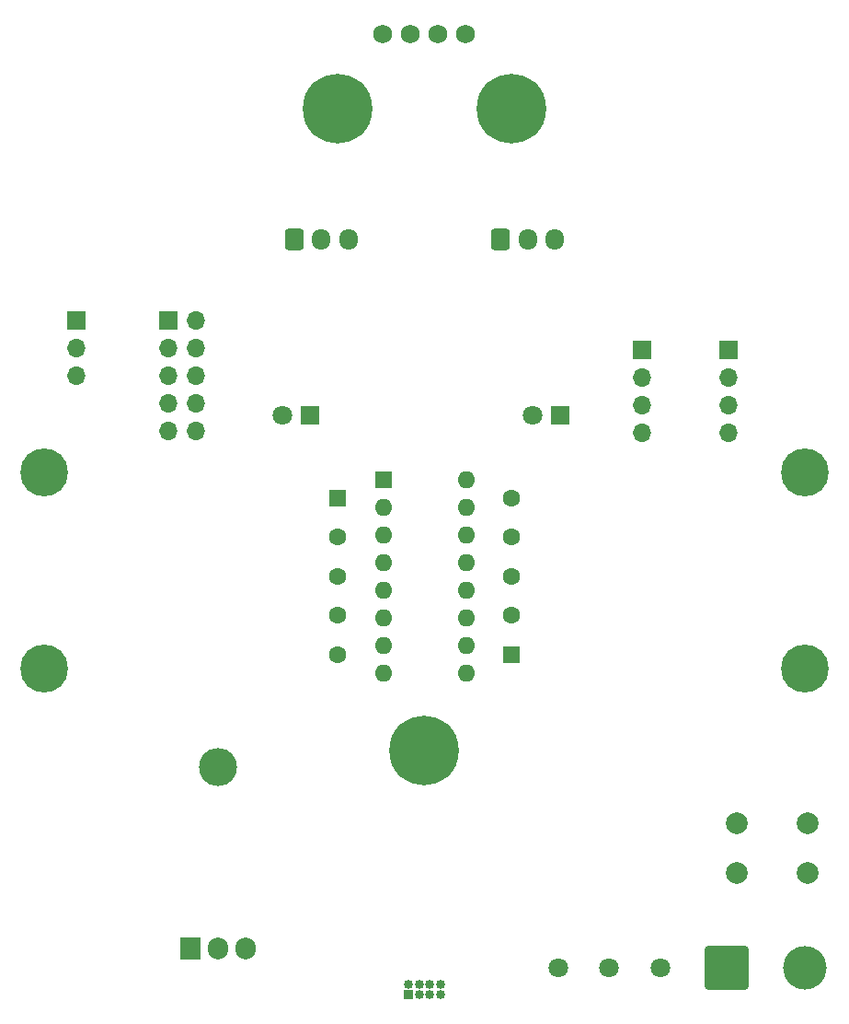
<source format=gbr>
%TF.GenerationSoftware,KiCad,Pcbnew,8.0.1*%
%TF.CreationDate,2024-06-02T16:30:41+02:00*%
%TF.ProjectId,Microrat,4d696372-6f72-4617-942e-6b696361645f,rev?*%
%TF.SameCoordinates,Original*%
%TF.FileFunction,Soldermask,Bot*%
%TF.FilePolarity,Negative*%
%FSLAX46Y46*%
G04 Gerber Fmt 4.6, Leading zero omitted, Abs format (unit mm)*
G04 Created by KiCad (PCBNEW 8.0.1) date 2024-06-02 16:30:41*
%MOMM*%
%LPD*%
G01*
G04 APERTURE LIST*
G04 Aperture macros list*
%AMRoundRect*
0 Rectangle with rounded corners*
0 $1 Rounding radius*
0 $2 $3 $4 $5 $6 $7 $8 $9 X,Y pos of 4 corners*
0 Add a 4 corners polygon primitive as box body*
4,1,4,$2,$3,$4,$5,$6,$7,$8,$9,$2,$3,0*
0 Add four circle primitives for the rounded corners*
1,1,$1+$1,$2,$3*
1,1,$1+$1,$4,$5*
1,1,$1+$1,$6,$7*
1,1,$1+$1,$8,$9*
0 Add four rect primitives between the rounded corners*
20,1,$1+$1,$2,$3,$4,$5,0*
20,1,$1+$1,$4,$5,$6,$7,0*
20,1,$1+$1,$6,$7,$8,$9,0*
20,1,$1+$1,$8,$9,$2,$3,0*%
G04 Aperture macros list end*
%ADD10C,2.600000*%
%ADD11C,4.400000*%
%ADD12RoundRect,0.250000X-0.600000X-0.725000X0.600000X-0.725000X0.600000X0.725000X-0.600000X0.725000X0*%
%ADD13O,1.700000X1.950000*%
%ADD14R,1.700000X1.700000*%
%ADD15O,1.700000X1.700000*%
%ADD16R,0.850000X0.850000*%
%ADD17O,0.850000X0.850000*%
%ADD18C,1.800000*%
%ADD19C,2.000000*%
%ADD20RoundRect,0.250000X-0.550000X0.550000X-0.550000X-0.550000X0.550000X-0.550000X0.550000X0.550000X0*%
%ADD21C,1.600000*%
%ADD22R,1.600000X1.600000*%
%ADD23O,1.600000X1.600000*%
%ADD24O,3.500000X3.500000*%
%ADD25R,1.905000X2.000000*%
%ADD26O,1.905000X2.000000*%
%ADD27C,1.734000*%
%ADD28RoundRect,0.250000X-1.750000X-1.750000X1.750000X-1.750000X1.750000X1.750000X-1.750000X1.750000X0*%
%ADD29C,4.000000*%
%ADD30C,3.600000*%
%ADD31C,6.400000*%
%ADD32R,1.800000X1.800000*%
%ADD33RoundRect,0.250000X0.550000X-0.550000X0.550000X0.550000X-0.550000X0.550000X-0.550000X-0.550000X0*%
G04 APERTURE END LIST*
D10*
%TO.C,REF\u002A\u002A*%
X273008574Y-169494100D03*
D11*
X273008574Y-169494100D03*
%TD*%
D12*
%TO.C,J2*%
X226000000Y-148000000D03*
D13*
X228500000Y-148000000D03*
X231000000Y-148000000D03*
%TD*%
D14*
%TO.C,J5*%
X266000000Y-158200000D03*
D15*
X266000000Y-160740000D03*
X266000000Y-163280000D03*
X266000000Y-165820000D03*
%TD*%
D16*
%TO.C,J9*%
X236500000Y-217500000D03*
D17*
X236500000Y-216500000D03*
X237500000Y-217500000D03*
X237500000Y-216500000D03*
X238500001Y-217500000D03*
X238500000Y-216500000D03*
X239500000Y-217500000D03*
X239500000Y-216500000D03*
%TD*%
D18*
%TO.C,SW3*%
X250300000Y-215000000D03*
X255000000Y-215000000D03*
X259700000Y-215000000D03*
%TD*%
D19*
%TO.C,SW2*%
X266750000Y-201750000D03*
X273250000Y-201750000D03*
X266750000Y-206250000D03*
X273250000Y-206250000D03*
%TD*%
D20*
%TO.C,J7*%
X230000000Y-171800000D03*
D21*
X230000000Y-175400000D03*
X230000000Y-179000000D03*
X230000000Y-182600000D03*
X230000000Y-186200000D03*
%TD*%
D22*
%TO.C,U1*%
X234200000Y-170125000D03*
D23*
X234200000Y-172665000D03*
X234200000Y-175205000D03*
X234200000Y-177745000D03*
X234200000Y-180285000D03*
X234200000Y-182825000D03*
X234200000Y-185365000D03*
X234200000Y-187905000D03*
X241820000Y-187905000D03*
X241820000Y-185365000D03*
X241820000Y-182825000D03*
X241820000Y-180285000D03*
X241820000Y-177745000D03*
X241820000Y-175205000D03*
X241820000Y-172665000D03*
X241820000Y-170125000D03*
%TD*%
D10*
%TO.C,REF\u002A\u002A*%
X273000000Y-187485525D03*
D11*
X273000000Y-187485525D03*
%TD*%
D24*
%TO.C,U10*%
X219000000Y-196570000D03*
D25*
X216460000Y-213230000D03*
D26*
X219000000Y-213230000D03*
X221540000Y-213230000D03*
%TD*%
D12*
%TO.C,J1*%
X245000000Y-148000000D03*
D13*
X247500000Y-148000000D03*
X250000000Y-148000000D03*
%TD*%
D27*
%TO.C,U4*%
X241810000Y-129125000D03*
X239270000Y-129125000D03*
X236730000Y-129125000D03*
X234190000Y-129125000D03*
%TD*%
D28*
%TO.C,J3*%
X265800000Y-215000000D03*
D29*
X273000000Y-215000000D03*
%TD*%
D30*
%TO.C,REF\u002A\u002A*%
X238000000Y-195000000D03*
D31*
X238000000Y-195000000D03*
%TD*%
D30*
%TO.C,REF\u002A\u002A*%
X246000000Y-136000000D03*
D31*
X246000000Y-136000000D03*
%TD*%
D14*
%TO.C,J4*%
X206000000Y-155475000D03*
D15*
X206000000Y-158015000D03*
X206000000Y-160554999D03*
%TD*%
D32*
%TO.C,D2*%
X227499489Y-164233924D03*
D18*
X224959489Y-164233924D03*
%TD*%
D33*
%TO.C,J8*%
X246000000Y-186200000D03*
D21*
X246000000Y-182600000D03*
X246000000Y-179000000D03*
X246000000Y-175400000D03*
X246000000Y-171800000D03*
%TD*%
D14*
%TO.C,J10*%
X258000000Y-158200000D03*
D15*
X258000000Y-160740000D03*
X258000000Y-163280000D03*
X258000000Y-165820000D03*
%TD*%
D32*
%TO.C,D1*%
X250499489Y-164233924D03*
D18*
X247959489Y-164233924D03*
%TD*%
D30*
%TO.C,REF\u002A\u002A*%
X230000000Y-136000000D03*
D31*
X230000000Y-136000000D03*
%TD*%
D10*
%TO.C,REF\u002A\u002A*%
X202994283Y-187496958D03*
D11*
X202994283Y-187496958D03*
%TD*%
D14*
%TO.C,J6*%
X214460000Y-155460000D03*
D15*
X217000000Y-155460000D03*
X214460000Y-158000000D03*
X217000000Y-158000000D03*
X214460000Y-160539999D03*
X217000000Y-160540000D03*
X214460000Y-163080000D03*
X217000000Y-163080000D03*
X214460000Y-165620000D03*
X217000000Y-165620000D03*
%TD*%
D10*
%TO.C,REF\u002A\u002A*%
X203008574Y-169481238D03*
D11*
X203008574Y-169481238D03*
%TD*%
M02*

</source>
